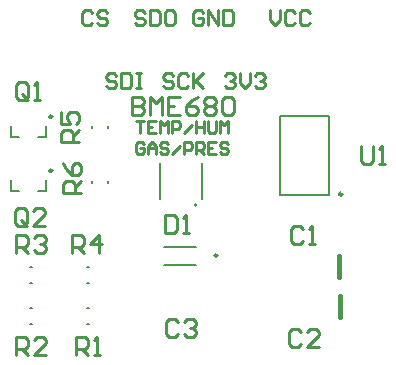
<source format=gto>
G04*
G04 #@! TF.GenerationSoftware,Altium Limited,Altium Designer,20.1.14 (287)*
G04*
G04 Layer_Color=65535*
%FSLAX25Y25*%
%MOIN*%
G70*
G04*
G04 #@! TF.SameCoordinates,ED3C4BB4-71E9-4A6E-9139-F99DAA76467E*
G04*
G04*
G04 #@! TF.FilePolarity,Positive*
G04*
G01*
G75*
%ADD10C,0.00984*%
%ADD11C,0.00787*%
%ADD12C,0.00500*%
%ADD13C,0.01575*%
%ADD14C,0.00900*%
%ADD15C,0.01000*%
D10*
X189598Y112508D02*
G03*
X189598Y112508I-492J0D01*
G01*
X148054Y92113D02*
G03*
X148054Y92113I-492J0D01*
G01*
X92972Y120437D02*
G03*
X92972Y120437I-492J0D01*
G01*
Y138437D02*
G03*
X92972Y138437I-492J0D01*
G01*
D11*
X141118Y108949D02*
G03*
X141118Y108949I-394J0D01*
G01*
X168929Y138689D02*
X185071D01*
X168929Y112311D02*
X185071D01*
X168929D02*
Y138689D01*
X185071Y112311D02*
Y138689D01*
X140793Y88949D02*
Y89062D01*
Y94938D02*
Y95051D01*
X130359D02*
X140793D01*
X130359Y88949D02*
Y89062D01*
Y94938D02*
Y95051D01*
Y88949D02*
X140793D01*
X111658Y116142D02*
Y116929D01*
X106342Y116142D02*
Y116929D01*
Y134642D02*
Y135429D01*
X111658Y134642D02*
Y135429D01*
X90905Y113744D02*
Y117287D01*
X88150Y113744D02*
X90905D01*
X79094D02*
Y117287D01*
Y113744D02*
X81850D01*
X79094Y131744D02*
X81850D01*
X79094D02*
Y135287D01*
X88150Y131744D02*
X90905D01*
Y135287D01*
X104571Y74657D02*
X105358D01*
X104571Y69342D02*
X105358D01*
X104571Y88157D02*
X105358D01*
X104571Y82842D02*
X105358D01*
X85571D02*
X86358D01*
X85571Y88157D02*
X86358D01*
X85571Y69342D02*
X86358D01*
X85571Y74657D02*
X86358D01*
D12*
X142968Y110976D02*
Y123024D01*
X129032Y110976D02*
Y123024D01*
D13*
X188630Y84957D02*
Y92043D01*
X188811Y71457D02*
Y78543D01*
D14*
X120900Y136899D02*
X123566D01*
X122233D01*
Y132900D01*
X127565Y136899D02*
X124899D01*
Y132900D01*
X127565D01*
X124899Y134899D02*
X126232D01*
X128897Y132900D02*
Y136899D01*
X130230Y135566D01*
X131563Y136899D01*
Y132900D01*
X132896D02*
Y136899D01*
X134896D01*
X135562Y136232D01*
Y134899D01*
X134896Y134233D01*
X132896D01*
X136895Y132900D02*
X139561Y135566D01*
X140894Y136899D02*
Y132900D01*
Y134899D01*
X143559D01*
Y136899D01*
Y132900D01*
X144892Y136899D02*
Y133566D01*
X145559Y132900D01*
X146892D01*
X147558Y133566D01*
Y136899D01*
X148891Y132900D02*
Y136899D01*
X150224Y135566D01*
X151557Y136899D01*
Y132900D01*
X123566Y129232D02*
X122899Y129899D01*
X121566D01*
X120900Y129232D01*
Y126567D01*
X121566Y125900D01*
X122899D01*
X123566Y126567D01*
Y127899D01*
X122233D01*
X124899Y125900D02*
Y128566D01*
X126232Y129899D01*
X127565Y128566D01*
Y125900D01*
Y127899D01*
X124899D01*
X131563Y129232D02*
X130897Y129899D01*
X129564D01*
X128897Y129232D01*
Y128566D01*
X129564Y127899D01*
X130897D01*
X131563Y127233D01*
Y126567D01*
X130897Y125900D01*
X129564D01*
X128897Y126567D01*
X132896Y125900D02*
X135562Y128566D01*
X136895Y125900D02*
Y129899D01*
X138894D01*
X139561Y129232D01*
Y127899D01*
X138894Y127233D01*
X136895D01*
X140894Y125900D02*
Y129899D01*
X142893D01*
X143559Y129232D01*
Y127899D01*
X142893Y127233D01*
X140894D01*
X142226D02*
X143559Y125900D01*
X147558Y129899D02*
X144892D01*
Y125900D01*
X147558D01*
X144892Y127899D02*
X146225D01*
X151557Y129232D02*
X150890Y129899D01*
X149557D01*
X148891Y129232D01*
Y128566D01*
X149557Y127899D01*
X150890D01*
X151557Y127233D01*
Y126567D01*
X150890Y125900D01*
X149557D01*
X148891Y126567D01*
X114232Y152065D02*
X113399Y152898D01*
X111733D01*
X110900Y152065D01*
Y151232D01*
X111733Y150399D01*
X113399D01*
X114232Y149566D01*
Y148733D01*
X113399Y147900D01*
X111733D01*
X110900Y148733D01*
X115898Y152898D02*
Y147900D01*
X118398D01*
X119231Y148733D01*
Y152065D01*
X118398Y152898D01*
X115898D01*
X120897D02*
X122563D01*
X121730D01*
Y147900D01*
X120897D01*
X122563D01*
X123732Y173065D02*
X122899Y173898D01*
X121233D01*
X120400Y173065D01*
Y172232D01*
X121233Y171399D01*
X122899D01*
X123732Y170566D01*
Y169733D01*
X122899Y168900D01*
X121233D01*
X120400Y169733D01*
X125398Y173898D02*
Y168900D01*
X127898D01*
X128731Y169733D01*
Y173065D01*
X127898Y173898D01*
X125398D01*
X132896D02*
X131230D01*
X130397Y173065D01*
Y169733D01*
X131230Y168900D01*
X132896D01*
X133729Y169733D01*
Y173065D01*
X132896Y173898D01*
X133232Y152065D02*
X132399Y152898D01*
X130733D01*
X129900Y152065D01*
Y151232D01*
X130733Y150399D01*
X132399D01*
X133232Y149566D01*
Y148733D01*
X132399Y147900D01*
X130733D01*
X129900Y148733D01*
X138231Y152065D02*
X137398Y152898D01*
X135731D01*
X134898Y152065D01*
Y148733D01*
X135731Y147900D01*
X137398D01*
X138231Y148733D01*
X139897Y152898D02*
Y147900D01*
Y149566D01*
X143229Y152898D01*
X140730Y150399D01*
X143229Y147900D01*
X143232Y173065D02*
X142399Y173898D01*
X140733D01*
X139900Y173065D01*
Y169733D01*
X140733Y168900D01*
X142399D01*
X143232Y169733D01*
Y171399D01*
X141566D01*
X144898Y168900D02*
Y173898D01*
X148231Y168900D01*
Y173898D01*
X149897D02*
Y168900D01*
X152396D01*
X153229Y169733D01*
Y173065D01*
X152396Y173898D01*
X149897D01*
X106232Y173065D02*
X105399Y173898D01*
X103733D01*
X102900Y173065D01*
Y169733D01*
X103733Y168900D01*
X105399D01*
X106232Y169733D01*
X111231Y173065D02*
X110398Y173898D01*
X108731D01*
X107898Y173065D01*
Y172232D01*
X108731Y171399D01*
X110398D01*
X111231Y170566D01*
Y169733D01*
X110398Y168900D01*
X108731D01*
X107898Y169733D01*
X150400Y152065D02*
X151233Y152898D01*
X152899D01*
X153732Y152065D01*
Y151232D01*
X152899Y150399D01*
X152066D01*
X152899D01*
X153732Y149566D01*
Y148733D01*
X152899Y147900D01*
X151233D01*
X150400Y148733D01*
X155398Y152898D02*
Y149566D01*
X157064Y147900D01*
X158731Y149566D01*
Y152898D01*
X160397Y152065D02*
X161230Y152898D01*
X162896D01*
X163729Y152065D01*
Y151232D01*
X162896Y150399D01*
X162063D01*
X162896D01*
X163729Y149566D01*
Y148733D01*
X162896Y147900D01*
X161230D01*
X160397Y148733D01*
D15*
X196001Y128499D02*
Y123501D01*
X197001Y122501D01*
X199000D01*
X200000Y123501D01*
Y128499D01*
X201999Y122501D02*
X203999D01*
X202999D01*
Y128499D01*
X201999Y127499D01*
X165500Y173898D02*
Y170566D01*
X167166Y168900D01*
X168832Y170566D01*
Y173898D01*
X173831Y173065D02*
X172998Y173898D01*
X171331D01*
X170498Y173065D01*
Y169733D01*
X171331Y168900D01*
X172998D01*
X173831Y169733D01*
X178829Y173065D02*
X177996Y173898D01*
X176330D01*
X175497Y173065D01*
Y169733D01*
X176330Y168900D01*
X177996D01*
X178829Y169733D01*
X130577Y105499D02*
Y99501D01*
X133576D01*
X134576Y100501D01*
Y104499D01*
X133576Y105499D01*
X130577D01*
X136575Y99501D02*
X138575D01*
X137575D01*
Y105499D01*
X136575Y104499D01*
X135000Y69999D02*
X134001Y70999D01*
X132001D01*
X131002Y69999D01*
Y66001D01*
X132001Y65001D01*
X134001D01*
X135000Y66001D01*
X137000Y69999D02*
X137999Y70999D01*
X139999D01*
X140998Y69999D01*
Y69000D01*
X139999Y68000D01*
X138999D01*
X139999D01*
X140998Y67000D01*
Y66001D01*
X139999Y65001D01*
X137999D01*
X137000Y66001D01*
X102499Y113002D02*
X96501D01*
Y116001D01*
X97501Y117000D01*
X99500D01*
X100500Y116001D01*
Y113002D01*
Y115001D02*
X102499Y117000D01*
X96501Y122998D02*
X97501Y120999D01*
X99500Y119000D01*
X101499D01*
X102499Y119999D01*
Y121999D01*
X101499Y122998D01*
X100500D01*
X99500Y121999D01*
Y119000D01*
X101999Y130002D02*
X96001D01*
Y133001D01*
X97001Y134000D01*
X99000D01*
X100000Y133001D01*
Y130002D01*
Y132001D02*
X101999Y134000D01*
X96001Y139998D02*
Y136000D01*
X99000D01*
X98000Y137999D01*
Y138999D01*
X99000Y139998D01*
X100999D01*
X101999Y138999D01*
Y136999D01*
X100999Y136000D01*
X84500Y103001D02*
Y106999D01*
X83501Y107999D01*
X81501D01*
X80502Y106999D01*
Y103001D01*
X81501Y102001D01*
X83501D01*
X82501Y104000D02*
X84500Y102001D01*
X83501D02*
X84500Y103001D01*
X90498Y102001D02*
X86500D01*
X90498Y106000D01*
Y106999D01*
X89499Y107999D01*
X87499D01*
X86500Y106999D01*
X100966Y59001D02*
Y64999D01*
X103965D01*
X104965Y63999D01*
Y62000D01*
X103965Y61000D01*
X100966D01*
X102965D02*
X104965Y59001D01*
X106964D02*
X108963D01*
X107964D01*
Y64999D01*
X106964Y63999D01*
X99466Y93001D02*
Y98999D01*
X102465D01*
X103465Y97999D01*
Y96000D01*
X102465Y95000D01*
X99466D01*
X101465D02*
X103465Y93001D01*
X108463D02*
Y98999D01*
X105464Y96000D01*
X109463D01*
X81002Y93001D02*
Y98999D01*
X84001D01*
X85000Y97999D01*
Y96000D01*
X84001Y95000D01*
X81002D01*
X83001D02*
X85000Y93001D01*
X87000Y97999D02*
X87999Y98999D01*
X89999D01*
X90998Y97999D01*
Y97000D01*
X89999Y96000D01*
X88999D01*
X89999D01*
X90998Y95000D01*
Y94001D01*
X89999Y93001D01*
X87999D01*
X87000Y94001D01*
X80966Y59001D02*
Y64999D01*
X83965D01*
X84965Y63999D01*
Y62000D01*
X83965Y61000D01*
X80966D01*
X82965D02*
X84965Y59001D01*
X90963D02*
X86964D01*
X90963Y63000D01*
Y63999D01*
X89963Y64999D01*
X87964D01*
X86964Y63999D01*
X176500Y100999D02*
X175500Y101999D01*
X173501D01*
X172501Y100999D01*
Y97001D01*
X173501Y96001D01*
X175500D01*
X176500Y97001D01*
X178499Y96001D02*
X180499D01*
X179499D01*
Y101999D01*
X178499Y100999D01*
X176000Y66499D02*
X175001Y67499D01*
X173001D01*
X172002Y66499D01*
Y62501D01*
X173001Y61501D01*
X175001D01*
X176000Y62501D01*
X181998Y61501D02*
X178000D01*
X181998Y65500D01*
Y66499D01*
X180999Y67499D01*
X178999D01*
X178000Y66499D01*
X85000Y145001D02*
Y148999D01*
X84000Y149999D01*
X82001D01*
X81001Y148999D01*
Y145001D01*
X82001Y144001D01*
X84000D01*
X83001Y146000D02*
X85000Y144001D01*
X84000D02*
X85000Y145001D01*
X86999Y144001D02*
X88999D01*
X87999D01*
Y149999D01*
X86999Y148999D01*
X119506Y144999D02*
Y139001D01*
X122504D01*
X123504Y140001D01*
Y141000D01*
X122504Y142000D01*
X119506D01*
X122504D01*
X123504Y143000D01*
Y143999D01*
X122504Y144999D01*
X119506D01*
X125504Y139001D02*
Y144999D01*
X127503Y143000D01*
X129502Y144999D01*
Y139001D01*
X135500Y144999D02*
X131502D01*
Y139001D01*
X135500D01*
X131502Y142000D02*
X133501D01*
X141498Y144999D02*
X139499Y143999D01*
X137500Y142000D01*
Y140001D01*
X138499Y139001D01*
X140499D01*
X141498Y140001D01*
Y141000D01*
X140499Y142000D01*
X137500D01*
X143498Y143999D02*
X144497Y144999D01*
X146497D01*
X147496Y143999D01*
Y143000D01*
X146497Y142000D01*
X147496Y141000D01*
Y140001D01*
X146497Y139001D01*
X144497D01*
X143498Y140001D01*
Y141000D01*
X144497Y142000D01*
X143498Y143000D01*
Y143999D01*
X144497Y142000D02*
X146497D01*
X149496Y143999D02*
X150496Y144999D01*
X152495D01*
X153495Y143999D01*
Y140001D01*
X152495Y139001D01*
X150496D01*
X149496Y140001D01*
Y143999D01*
M02*

</source>
